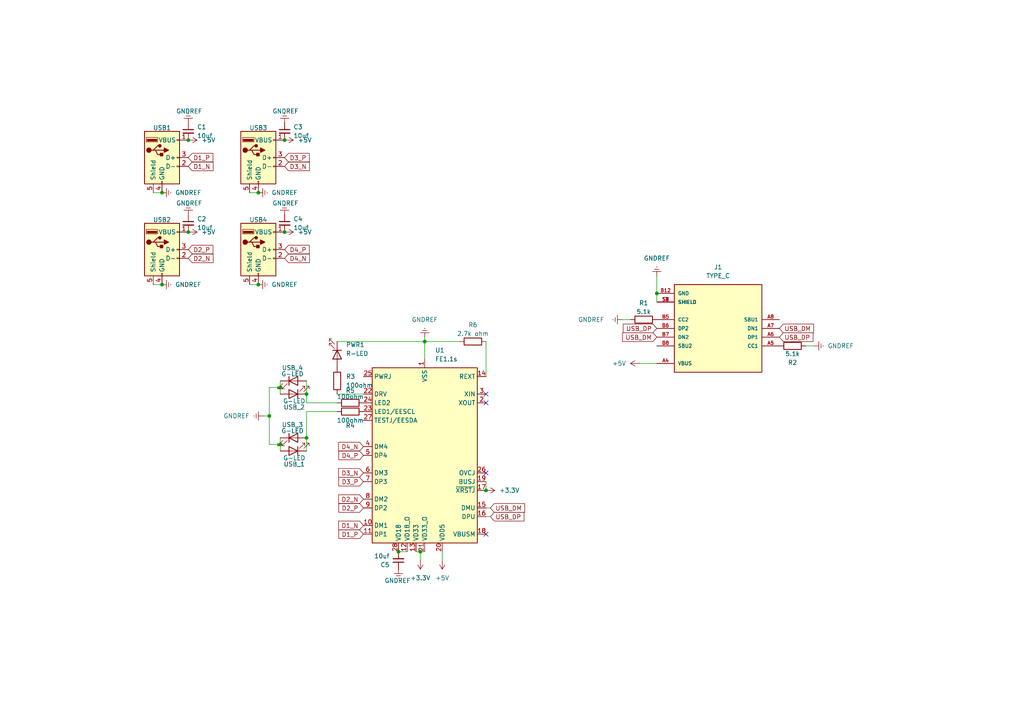
<source format=kicad_sch>
(kicad_sch (version 20231120) (generator "eeschema") (generator_version "8.0")
  (paper "A4")
  (lib_symbols
    (symbol "Connector:USB_A" (pin_names (offset 1.016))
      (property "Reference" "J" (at -5.08 11.43 0))
      (property "Value" "USB_A" (at -5.08 8.89 0))
      (symbol "USB_A_0_1"
        (rectangle (start -5.08 -7.62) (end 5.08 7.62) (stroke (width 0.254)) (fill (type background)))
        (circle (center -3.81 2.159) (radius 0.635) (stroke (width 0.254)) (fill (type outline)))
        (rectangle (start -1.524 4.826) (end -4.318 5.334) (fill (type outline)))
        (rectangle (start -1.27 4.572) (end -4.572 5.842))
        (circle (center -0.635 3.429) (radius 0.381) (stroke (width 0.254)) (fill (type outline)))
        (rectangle (start -0.127 -7.62) (end 0.127 -6.858))
        (polyline (pts (xy -3.175 2.159) (xy -2.54 2.159) (xy -1.27 3.429) (xy -0.635 3.429)) (stroke (width 0.254)))
        (polyline (pts (xy -2.54 2.159) (xy -1.905 2.159) (xy -1.27 0.889) (xy 0 0.889)) (stroke (width 0.254)))
        (polyline (pts (xy 0.635 2.794) (xy 0.635 1.524) (xy 1.905 2.159) (xy 0.635 2.794)) (stroke (width 0.254)) (fill (type outline)))
        (rectangle (start 0.254 1.27) (end -0.508 0.508) (stroke (width 0.254)) (fill (type outline)))
        (rectangle (start 5.08 -2.667) (end 4.318 -2.413))
        (rectangle (start 5.08 -0.127) (end 4.318 0.127))
        (rectangle (start 5.08 4.953) (end 4.318 5.207))
      )
      (symbol "USB_A_1_1"
        (polyline (pts (xy -1.905 2.159) (xy 0.635 2.159)) (stroke (width 0.254)))
        (pin power_in line (at 7.62 5.08 180) (length 2.54) (name "VBUS") (number "1"))
        (pin bidirectional line (at 7.62 -2.54 180) (length 2.54) (name "D-") (number "2"))
        (pin bidirectional line (at 7.62 0 180) (length 2.54) (name "D+") (number "3"))
        (pin power_in line (at 0 -10.16 90) (length 2.54) (name "GND") (number "4"))
        (pin passive line (at -2.54 -10.16 90) (length 2.54) (name "Shield") (number "5"))
      )
    )
    (symbol "Device:C_Small" (pin_numbers hide) (pin_names (offset 0.254) hide)
      (property "Reference" "C" (at 0.254 1.778 0))
      (property "Value" "C_Small" (at 0.254 -2.032 0))
      (symbol "C_Small_0_1"
        (polyline (pts (xy -1.524 -0.508) (xy 1.524 -0.508)) (stroke (width 0.3302)))
        (polyline (pts (xy -1.524 0.508) (xy 1.524 0.508)) (stroke (width 0.3048)))
      )
      (symbol "C_Small_1_1"
        (pin passive line (at 0 2.54 270) (length 2.032) (name "~") (number "1"))
        (pin passive line (at 0 -2.54 90) (length 2.032) (name "~") (number "2"))
      )
    )
    (symbol "Device:LED" (pin_numbers hide) (pin_names (offset 1.016) hide)
      (property "Reference" "D" (at 0 2.54 0))
      (property "Value" "LED" (at 0 -2.54 0))
      (symbol "LED_0_1"
        (polyline (pts (xy -1.27 -1.27) (xy -1.27 1.27)) (stroke (width 0.254)))
        (polyline (pts (xy -1.27 0) (xy 1.27 0)))
        (polyline (pts (xy 1.27 -1.27) (xy 1.27 1.27) (xy -1.27 0) (xy 1.27 -1.27)) (stroke (width 0.254)))
        (polyline (pts (xy -3.048 -0.762) (xy -4.572 -2.286) (xy -3.81 -2.286) (xy -4.572 -2.286) (xy -4.572 -1.524)))
        (polyline (pts (xy -1.778 -0.762) (xy -3.302 -2.286) (xy -2.54 -2.286) (xy -3.302 -2.286) (xy -3.302 -1.524)))
      )
      (symbol "LED_1_1"
        (pin passive line (at -3.81 0 0) (length 2.54) (name "K") (number "1"))
        (pin passive line (at 3.81 0 180) (length 2.54) (name "A") (number "2"))
      )
    )
    (symbol "Device:R" (pin_numbers hide) (pin_names (offset 0))
      (property "Reference" "R" (at 2.032 0 90))
      (property "Value" "R" (at 0 0 90))
      (symbol "R_0_1"
        (rectangle (start -1.016 -2.54) (end 1.016 2.54) (stroke (width 0.254)))
      )
      (symbol "R_1_1"
        (pin passive line (at 0 3.81 270) (length 1.27) (name "~") (number "1"))
        (pin passive line (at 0 -3.81 90) (length 1.27) (name "~") (number "2"))
      )
    )
    (symbol "Interface_USB:FE1.1s"
      (property "Reference" "U" (at -11.43 26.67 0))
      (property "Value" "FE1.1s" (at 12.7 27.94 0))
      (symbol "FE1.1s_0_1"
        (rectangle (start -15.24 25.4) (end 15.24 -25.4) (stroke (width 0.254)) (fill (type background)))
      )
      (symbol "FE1.1s_1_1"
        (pin power_in line (at 0 -27.94 90) (length 2.54) (name "VSS") (number "1"))
        (pin bidirectional line (at 17.78 20.32 180) (length 2.54) (name "DM1") (number "10"))
        (pin bidirectional line (at 17.78 22.86 180) (length 2.54) (name "DP1") (number "11"))
        (pin power_out line (at 5.08 27.94 270) (length 2.54) (name "VD18_O") (number "12"))
        (pin power_in line (at 2.54 27.94 270) (length 2.54) (name "VD33") (number "13"))
        (pin passive line (at -17.78 -22.86 0) (length 2.54) (name "REXT") (number "14"))
        (pin bidirectional line (at -17.78 15.24 0) (length 2.54) (name "DMU") (number "15"))
        (pin bidirectional line (at -17.78 17.78 0) (length 2.54) (name "DPU") (number "16"))
        (pin input line (at -17.78 10.16 0) (length 2.54) (name "~{XRSTJ}") (number "17"))
        (pin input line (at -17.78 22.86 0) (length 2.54) (name "VBUSM") (number "18"))
        (pin input line (at -17.78 7.62 0) (length 2.54) (name "BUSJ") (number "19"))
        (pin output line (at -17.78 -15.24 0) (length 2.54) (name "XOUT") (number "2"))
        (pin power_in line (at -5.08 27.94 270) (length 2.54) (name "VDD5") (number "20"))
        (pin power_out line (at 0 27.94 270) (length 2.54) (name "VD33_O") (number "21"))
        (pin bidirectional line (at 17.78 -17.78 180) (length 2.54) (name "DRV") (number "22"))
        (pin bidirectional line (at 17.78 -12.7 180) (length 2.54) (name "LED1/EESCL") (number "23"))
        (pin bidirectional line (at 17.78 -15.24 180) (length 2.54) (name "LED2") (number "24"))
        (pin output line (at 17.78 -22.86 180) (length 2.54) (name "PWRJ") (number "25"))
        (pin input line (at -17.78 5.08 0) (length 2.54) (name "OVCJ") (number "26"))
        (pin bidirectional line (at 17.78 -10.16 180) (length 2.54) (name "TESTJ/EESDA") (number "27"))
        (pin power_in line (at 7.62 27.94 270) (length 2.54) (name "VD18") (number "28"))
        (pin input line (at -17.78 -17.78 0) (length 2.54) (name "XIN") (number "3"))
        (pin bidirectional line (at 17.78 -2.54 180) (length 2.54) (name "DM4") (number "4"))
        (pin bidirectional line (at 17.78 0 180) (length 2.54) (name "DP4") (number "5"))
        (pin bidirectional line (at 17.78 5.08 180) (length 2.54) (name "DM3") (number "6"))
        (pin bidirectional line (at 17.78 7.62 180) (length 2.54) (name "DP3") (number "7"))
        (pin bidirectional line (at 17.78 12.7 180) (length 2.54) (name "DM2") (number "8"))
        (pin bidirectional line (at 17.78 15.24 180) (length 2.54) (name "DP2") (number "9"))
      )
    )
    (symbol "R_1" (pin_numbers hide) (pin_names (offset 0))
      (property "Reference" "R" (at 2.032 0 90))
      (property "Value" "R" (at 0 0 90))
      (symbol "R_1_0_1"
        (rectangle (start -1.016 -2.54) (end 1.016 2.54) (stroke (width 0.254)))
      )
      (symbol "R_1_1_1"
        (pin passive line (at 0 3.81 270) (length 1.27) (name "~") (number "1"))
        (pin passive line (at 0 -3.81 90) (length 1.27) (name "~") (number "2"))
      )
    )
    (symbol "TYPE-C-31-M-12:TYPE-C-31-M-12" (pin_names (offset 1.016))
      (property "Reference" "J1" (at 0 -17.78 0))
      (property "Value" "TYPE_C" (at 0 -15.24 0))
      (symbol "TYPE-C-31-M-12_0_0"
        (rectangle (start -12.7 12.7) (end 12.7 -12.7) (stroke (width 0.254)) (fill (type background)))
        (pin power_in line (at 17.78 -10.16 180) (length 5.08) hide (name "GND") (number "A1"))
        (pin power_in line (at 17.78 -10.16 180) (length 5.08) hide (name "GND") (number "A12"))
        (pin power_in line (at 17.78 10.16 180) (length 5.08) (name "VBUS") (number "A4"))
        (pin bidirectional line (at -17.78 5.08 0) (length 5.08) (name "CC1") (number "A5"))
        (pin bidirectional line (at -17.78 2.54 0) (length 5.08) (name "DP1") (number "A6"))
        (pin bidirectional line (at -17.78 0 0) (length 5.08) (name "DN1") (number "A7"))
        (pin bidirectional line (at -17.78 -2.54 0) (length 5.08) (name "SBU1") (number "A8"))
        (pin power_in line (at 17.78 10.16 180) (length 5.08) hide (name "VBUS") (number "A9"))
        (pin power_in line (at 17.78 -10.16 180) (length 5.08) hide (name "GND") (number "B1"))
        (pin power_in line (at 17.78 -10.16 180) (length 5.08) (name "GND") (number "B12"))
        (pin power_in line (at 17.78 10.16 180) (length 5.08) hide (name "VBUS") (number "B4"))
        (pin bidirectional line (at 17.78 -2.54 180) (length 5.08) (name "CC2") (number "B5"))
        (pin bidirectional line (at 17.78 0 180) (length 5.08) (name "DP2") (number "B6"))
        (pin bidirectional line (at 17.78 2.54 180) (length 5.08) (name "DN2") (number "B7"))
        (pin bidirectional line (at 17.78 5.08 180) (length 5.08) (name "SBU2") (number "B8"))
        (pin power_in line (at 17.78 10.16 180) (length 5.08) hide (name "VBUS") (number "B9"))
        (pin passive line (at 17.78 -7.62 180) (length 5.08) (name "SHIELD") (number "S1"))
        (pin passive line (at 17.78 -7.62 180) (length 5.08) (name "SHIELD") (number "S2"))
        (pin passive line (at 17.78 -7.62 180) (length 5.08) (name "SHIELD") (number "S3"))
        (pin passive line (at 17.78 -7.62 180) (length 5.08) (name "SHIELD") (number "S4"))
      )
    )
    (symbol "power:+3.3V" (power) (pin_numbers hide) (pin_names (offset 0) hide)
      (property "Value" "+3.3V" (at 0 3.556 0))
      (symbol "+3.3V_0_1"
        (polyline (pts (xy -0.762 1.27) (xy 0 2.54)))
        (polyline (pts (xy 0 0) (xy 0 2.54)))
        (polyline (pts (xy 0 2.54) (xy 0.762 1.27)))
      )
      (symbol "+3.3V_1_1"
        (pin power_in line (at 0 0 90) (length 0) (name "~") (number "1"))
      )
    )
    (symbol "power:+5V" (power) (pin_numbers hide) (pin_names (offset 0) hide)
      (property "Value" "+5V" (at 0 3.556 0))
      (symbol "+5V_0_1"
        (polyline (pts (xy -0.762 1.27) (xy 0 2.54)))
        (polyline (pts (xy 0 0) (xy 0 2.54)))
        (polyline (pts (xy 0 2.54) (xy 0.762 1.27)))
      )
      (symbol "+5V_1_1"
        (pin power_in line (at 0 0 90) (length 0) (name "~") (number "1"))
      )
    )
    (symbol "power:GNDREF" (power) (pin_numbers hide) (pin_names (offset 0) hide)
      (property "Value" "GNDREF" (at 0 -3.81 0))
      (symbol "GNDREF_0_1"
        (polyline (pts (xy -0.635 -1.905) (xy 0.635 -1.905)))
        (polyline (pts (xy -0.127 -2.54) (xy 0.127 -2.54)))
        (polyline (pts (xy 0 -1.27) (xy 0 0)))
        (polyline (pts (xy 1.27 -1.27) (xy -1.27 -1.27)))
      )
      (symbol "GNDREF_1_1"
        (pin power_in line (at 0 0 270) (length 0) (name "~") (number "1"))
      )
    )
  )
  (junction (at 81.28 128.905))
  (junction (at 74.93 82.55))
  (junction (at 140.97 142.24))
  (junction (at 46.99 55.88))
  (junction (at 115.57 160.02))
  (junction (at 82.55 40.64))
  (junction (at 121.92 160.02))
  (junction (at 81.28 112.395))
  (junction (at 74.93 55.88))
  (junction (at 88.9 127))
  (junction (at 54.61 67.31))
  (junction (at 190.5 85.09))
  (junction (at 46.99 82.55))
  (junction (at 82.55 67.31))
  (junction (at 123.19 99.06))
  (junction (at 88.9 114.3))
  (junction (at 78.105 120.65))
  (junction (at 54.61 40.64))
  (no_connect (at 140.97 154.94))
  (no_connect (at 140.97 116.84))
  (no_connect (at 140.97 114.3))
  (no_connect (at 140.97 137.16))
  (wire (pts (xy 44.45 82.55) (xy 46.99 82.55)))
  (wire (pts (xy 140.97 149.86) (xy 142.24 149.86)))
  (wire (pts (xy 97.79 99.06) (xy 123.19 99.06)))
  (wire (pts (xy 88.9 116.84) (xy 97.79 116.84)))
  (wire (pts (xy 72.39 55.88) (xy 74.93 55.88)))
  (wire (pts (xy 78.105 128.905) (xy 78.105 120.65)))
  (wire (pts (xy 115.57 160.02) (xy 118.11 160.02)))
  (wire (pts (xy 88.9 130.81) (xy 88.9 127)))
  (wire (pts (xy 121.92 160.02) (xy 123.19 160.02)))
  (wire (pts (xy 88.9 127) (xy 88.9 119.38)))
  (wire (pts (xy 140.97 99.06) (xy 140.97 109.22)))
  (wire (pts (xy 81.28 128.905) (xy 78.105 128.905)))
  (wire (pts (xy 81.28 112.395) (xy 81.28 114.3)))
  (wire (pts (xy 97.79 114.3) (xy 105.41 114.3)))
  (wire (pts (xy 140.97 147.32) (xy 142.24 147.32)))
  (wire (pts (xy 81.28 110.49) (xy 81.28 112.395)))
  (wire (pts (xy 123.19 99.06) (xy 123.19 104.14)))
  (wire (pts (xy 78.105 112.395) (xy 81.28 112.395)))
  (wire (pts (xy 123.19 97.79) (xy 123.19 99.06)))
  (wire (pts (xy 44.45 55.88) (xy 46.99 55.88)))
  (wire (pts (xy 236.22 100.33) (xy 233.68 100.33)))
  (wire (pts (xy 88.9 119.38) (xy 97.79 119.38)))
  (wire (pts (xy 121.92 162.56) (xy 121.92 160.02)))
  (wire (pts (xy 76.2 120.65) (xy 78.105 120.65)))
  (wire (pts (xy 190.5 85.09) (xy 190.5 87.63)))
  (wire (pts (xy 180.34 92.71) (xy 182.88 92.71)))
  (wire (pts (xy 185.42 105.41) (xy 190.5 105.41)))
  (wire (pts (xy 88.9 114.3) (xy 88.9 116.84)))
  (wire (pts (xy 140.97 139.7) (xy 140.97 142.24)))
  (wire (pts (xy 81.28 127) (xy 81.28 128.905)))
  (wire (pts (xy 81.28 128.905) (xy 81.28 130.81)))
  (wire (pts (xy 133.35 99.06) (xy 123.19 99.06)))
  (wire (pts (xy 121.92 160.02) (xy 120.65 160.02)))
  (wire (pts (xy 78.105 120.65) (xy 78.105 112.395)))
  (wire (pts (xy 190.5 80.01) (xy 190.5 85.09)))
  (wire (pts (xy 88.9 110.49) (xy 88.9 114.3)))
  (wire (pts (xy 128.27 162.56) (xy 128.27 160.02)))
  (wire (pts (xy 72.39 82.55) (xy 74.93 82.55)))
  (global_label "D3_N" (shape input) (at 82.55 48.26 0) (property "Intersheetrefs" "${INTERSHEET_REFS}" (effects (hide yes))))
  (global_label "D2_N" (shape input) (at 105.41 144.78 180) (property "Intersheetrefs" "${INTERSHEET_REFS}" (effects (hide yes))))
  (global_label "D4_P" (shape input) (at 82.55 72.39 0) (property "Intersheetrefs" "${INTERSHEET_REFS}" (effects (hide yes))))
  (global_label "D2_P" (shape input) (at 54.61 72.39 0) (property "Intersheetrefs" "${INTERSHEET_REFS}" (effects (hide yes))))
  (global_label "USB_DP" (shape input) (at 190.5 95.25 180) (property "Intersheetrefs" "${INTERSHEET_REFS}" (effects (hide yes))))
  (global_label "USB_DM" (shape input) (at 190.5 97.79 180) (property "Intersheetrefs" "${INTERSHEET_REFS}" (effects (hide yes))))
  (global_label "USB_DP" (shape input) (at 142.24 149.86 0) (property "Intersheetrefs" "${INTERSHEET_REFS}" (effects (hide yes))))
  (global_label "USB_DM" (shape input) (at 226.06 95.25 0) (property "Intersheetrefs" "${INTERSHEET_REFS}" (effects (hide yes))))
  (global_label "D1_N" (shape input) (at 54.61 48.26 0) (property "Intersheetrefs" "${INTERSHEET_REFS}" (effects (hide yes))))
  (global_label "D4_N" (shape input) (at 105.41 129.54 180) (property "Intersheetrefs" "${INTERSHEET_REFS}" (effects (hide yes))))
  (global_label "USB_DM" (shape input) (at 142.24 147.32 0) (property "Intersheetrefs" "${INTERSHEET_REFS}" (effects (hide yes))))
  (global_label "D2_P" (shape input) (at 105.41 147.32 180) (property "Intersheetrefs" "${INTERSHEET_REFS}" (effects (hide yes))))
  (global_label "D2_N" (shape input) (at 54.61 74.93 0) (property "Intersheetrefs" "${INTERSHEET_REFS}" (effects (hide yes))))
  (global_label "D3_P" (shape input) (at 82.55 45.72 0) (property "Intersheetrefs" "${INTERSHEET_REFS}" (effects (hide yes))))
  (global_label "USB_DP" (shape input) (at 226.06 97.79 0) (property "Intersheetrefs" "${INTERSHEET_REFS}" (effects (hide yes))))
  (global_label "D1_P" (shape input) (at 105.41 154.94 180) (property "Intersheetrefs" "${INTERSHEET_REFS}" (effects (hide yes))))
  (global_label "D3_P" (shape input) (at 105.41 139.7 180) (property "Intersheetrefs" "${INTERSHEET_REFS}" (effects (hide yes))))
  (global_label "D4_P" (shape input) (at 105.41 132.08 180) (property "Intersheetrefs" "${INTERSHEET_REFS}" (effects (hide yes))))
  (global_label "D1_P" (shape input) (at 54.61 45.72 0) (property "Intersheetrefs" "${INTERSHEET_REFS}" (effects (hide yes))))
  (global_label "D3_N" (shape input) (at 105.41 137.16 180) (property "Intersheetrefs" "${INTERSHEET_REFS}" (effects (hide yes))))
  (global_label "D1_N" (shape input) (at 105.41 152.4 180) (property "Intersheetrefs" "${INTERSHEET_REFS}" (effects (hide yes))))
  (global_label "D4_N" (shape input) (at 82.55 74.93 0) (property "Intersheetrefs" "${INTERSHEET_REFS}" (effects (hide yes))))
  (symbol (lib_id "power:GNDREF") (at 82.55 35.56 180) (unit 1)
    (property "Reference" "#PWR020" (effects (hide yes)))
    (property "Value" "GNDREF" (at 82.804 32.258 0))
  )
  (symbol (lib_id "Device:R") (at 101.6 116.84 270) (unit 1)
    (property "Reference" "R5" (at 101.6 113.284 90))
    (property "Value" "100ohm" (at 101.6 115.062 90))
    (property "Footprint" "Resistor_SMD:R_0201_0603Metric" (effects (hide yes)))
    (property "Description" "Resistor" (effects (hide yes)))
  )
  (symbol (lib_id "Device:C_Small") (at 54.61 38.1 0) (unit 1)
    (property "Reference" "C1" (at 57.15 36.8362 0) (effects (justify left)))
    (property "Value" "10uf" (at 57.15 39.3762 0) (effects (justify left)))
    (property "Footprint" "Capacitor_SMD:C_0201_0603Metric" (effects (hide yes)))
    (property "Description" "Unpolarized capacitor, small symbol" (effects (hide yes)))
  )
  (symbol (lib_id "power:+5V") (at 54.61 67.31 270) (mirror x) (unit 1)
    (property "Reference" "#PWR013" (effects (hide yes)))
    (property "Value" "+5V" (at 58.42 67.3099 90) (effects (justify left)))
    (property "Description" "Power symbol creates a global label with name \"+5V\"" (effects (hide yes)))
  )
  (symbol (lib_id "Device:R") (at 101.6 119.38 90) (unit 1)
    (property "Reference" "R4" (at 101.6 123.444 90))
    (property "Value" "100ohm" (at 101.6 121.92 90))
    (property "Footprint" "Resistor_SMD:R_0201_0603Metric" (effects (hide yes)))
    (property "Description" "Resistor" (effects (hide yes)))
  )
  (symbol (lib_id "Device:C_Small") (at 82.55 64.77 0) (unit 1)
    (property "Reference" "C4" (at 85.09 63.5062 0) (effects (justify left)))
    (property "Value" "10uf" (at 85.09 66.0462 0) (effects (justify left)))
    (property "Footprint" "Capacitor_SMD:C_0201_0603Metric" (effects (hide yes)))
    (property "Description" "Unpolarized capacitor, small symbol" (effects (hide yes)))
  )
  (symbol (lib_id "Connector:USB_A") (at 74.93 45.72 0) (unit 1)
    (property "Reference" "USB3" (at 74.93 37.084 0))
    (property "Value" "USB_A" (effects (hide yes)))
    (property "Footprint" "Connector_USB:USB_A_Receptacle_GCT_USB1046" (effects (hide yes)))
    (property "Description" "USB Type A connector" (effects (hide yes)))
  )
  (symbol (lib_id "Connector:USB_A") (at 46.99 72.39 0) (unit 1)
    (property "Reference" "USB2" (at 46.99 63.754 0))
    (property "Value" "USB_A" (effects (hide yes)))
    (property "Footprint" "Connector_USB:USB_A_Receptacle_GCT_USB1046" (effects (hide yes)))
    (property "Description" "USB Type A connector" (effects (hide yes)))
  )
  (symbol (lib_id "Connector:USB_A") (at 46.99 45.72 0) (unit 1)
    (property "Reference" "USB1" (at 46.99 37.084 0))
    (property "Value" "USB_A" (effects (hide yes)))
    (property "Footprint" "Connector_USB:USB_A_Receptacle_GCT_USB1046" (effects (hide yes)))
    (property "Description" "USB Type A connector" (effects (hide yes)))
  )
  (symbol (lib_id "power:+5V") (at 82.55 67.31 270) (mirror x) (unit 1)
    (property "Reference" "#PWR014" (effects (hide yes)))
    (property "Value" "+5V" (at 86.36 67.3099 90) (effects (justify left)))
    (property "Description" "Power symbol creates a global label with name \"+5V\"" (effects (hide yes)))
  )
  (symbol (lib_id "power:GNDREF") (at 190.5 80.01 180) (unit 1)
    (property "Reference" "#PWR01" (effects (hide yes)))
    (property "Value" "GNDREF" (at 190.5 74.93 0))
    (property "Description" "Power symbol creates a global label with name \"GNDREF\" , reference supply ground" (effects (hide yes)))
  )
  (symbol (lib_id "power:GNDREF") (at 123.19 97.79 180) (unit 1)
    (property "Reference" "#PWR09" (effects (hide yes)))
    (property "Value" "GNDREF" (at 123.19 92.71 0))
  )
  (symbol (lib_id "Device:C_Small") (at 54.61 64.77 0) (unit 1)
    (property "Reference" "C2" (at 57.15 63.5062 0) (effects (justify left)))
    (property "Value" "10uf" (at 57.15 66.0462 0) (effects (justify left)))
    (property "Footprint" "Capacitor_SMD:C_0201_0603Metric" (effects (hide yes)))
    (property "Description" "Unpolarized capacitor, small symbol" (effects (hide yes)))
  )
  (symbol (lib_id "power:GNDREF") (at 74.93 82.55 90) (unit 1)
    (property "Reference" "#PWR07" (effects (hide yes)))
    (property "Value" "GNDREF" (at 78.74 82.5499 90) (effects (justify right)))
  )
  (symbol (lib_id "Device:LED") (at 85.09 110.49 0) (unit 1)
    (property "Reference" "USB_4" (at 84.836 106.68 0))
    (property "Value" "G-LED" (at 84.836 108.458 0))
    (property "Footprint" "Diode_SMD:D_0201_0603Metric" (effects (hide yes)))
    (property "Description" "Light emitting diode" (effects (hide yes)))
  )
  (symbol (lib_id "power:GNDREF") (at 115.57 165.1 0) (unit 1)
    (property "Reference" "#PWR022" (effects (hide yes)))
    (property "Value" "GNDREF" (at 115.316 168.402 0))
  )
  (symbol (lib_id "power:GNDREF") (at 46.99 55.88 90) (unit 1)
    (property "Reference" "#PWR05" (effects (hide yes)))
    (property "Value" "GNDREF" (at 50.8 55.8799 90) (effects (justify right)))
  )
  (symbol (lib_id "power:GNDREF") (at 54.61 35.56 180) (unit 1)
    (property "Reference" "#PWR018" (effects (hide yes)))
    (property "Value" "GNDREF" (at 54.864 32.258 0))
  )
  (symbol (lib_id "power:GNDREF") (at 54.61 62.23 180) (unit 1)
    (property "Reference" "#PWR019" (effects (hide yes)))
    (property "Value" "GNDREF" (at 54.864 58.928 0))
  )
  (symbol (lib_id "power:+5V") (at 185.42 105.41 90) (mirror x) (unit 1)
    (property "Reference" "#PWR02" (effects (hide yes)))
    (property "Value" "+5V" (at 181.61 105.4101 90) (effects (justify left)))
    (property "Description" "Power symbol creates a global label with name \"+5V\"" (effects (hide yes)))
  )
  (symbol (lib_id "power:GNDREF") (at 236.22 100.33 90) (unit 1)
    (property "Reference" "#PWR04" (effects (hide yes)))
    (property "Value" "GNDREF" (at 240.03 100.3299 90) (effects (justify right)))
  )
  (symbol (lib_id "Device:LED") (at 85.09 127 0) (unit 1)
    (property "Reference" "USB_3" (at 84.836 123.19 0))
    (property "Value" "G-LED" (at 84.836 124.968 0))
    (property "Footprint" "Diode_SMD:D_0201_0603Metric" (effects (hide yes)))
    (property "Description" "Light emitting diode" (effects (hide yes)))
  )
  (symbol (lib_id "power:GNDREF") (at 76.2 120.65 270) (unit 1)
    (property "Reference" "#PWR017" (effects (hide yes)))
    (property "Value" "GNDREF" (at 72.39 120.6499 90) (effects (justify right)))
  )
  (symbol (lib_id "power:+5V") (at 54.61 40.64 270) (mirror x) (unit 1)
    (property "Reference" "#PWR012" (effects (hide yes)))
    (property "Value" "+5V" (at 58.42 40.6399 90) (effects (justify left)))
    (property "Description" "Power symbol creates a global label with name \"+5V\"" (effects (hide yes)))
  )
  (symbol (lib_id "Device:R") (at 97.79 110.49 0) (unit 1)
    (property "Reference" "R3" (at 100.33 109.2199 0) (effects (justify left)))
    (property "Value" "100ohm" (at 100.33 111.7599 0) (effects (justify left)))
    (property "Footprint" "Resistor_SMD:R_0201_0603Metric" (effects (hide yes)))
    (property "Description" "Resistor" (effects (hide yes)))
  )
  (symbol (lib_id "power:GNDREF") (at 82.55 62.23 180) (unit 1)
    (property "Reference" "#PWR021" (effects (hide yes)))
    (property "Value" "GNDREF" (at 82.804 58.928 0))
  )
  (symbol (lib_id "Connector:USB_A") (at 74.93 72.39 0) (unit 1)
    (property "Reference" "USB4" (at 74.93 63.754 0))
    (property "Value" "USB_A" (effects (hide yes)))
    (property "Footprint" "Connector_USB:USB_A_Receptacle_GCT_USB1046" (effects (hide yes)))
    (property "Description" "USB Type A connector" (effects (hide yes)))
  )
  (symbol (lib_id "Device:C_Small") (at 82.55 38.1 0) (unit 1)
    (property "Reference" "C3" (at 85.09 36.8362 0) (effects (justify left)))
    (property "Value" "10uf" (at 85.09 39.3762 0) (effects (justify left)))
    (property "Footprint" "Capacitor_SMD:C_0201_0603Metric" (effects (hide yes)))
    (property "Description" "Unpolarized capacitor, small symbol" (effects (hide yes)))
  )
  (symbol (lib_id "Device:R") (at 137.16 99.06 270) (unit 1)
    (property "Reference" "R6" (at 137.16 94.234 90))
    (property "Value" "2.7k ohm" (at 137.16 96.774 90))
    (property "Footprint" "Resistor_SMD:R_0201_0603Metric" (effects (hide yes)))
    (property "Description" "Resistor" (effects (hide yes)))
  )
  (symbol (lib_id "power:GNDREF") (at 46.99 82.55 90) (unit 1)
    (property "Reference" "#PWR08" (effects (hide yes)))
    (property "Value" "GNDREF" (at 50.8 82.5499 90) (effects (justify right)))
  )
  (symbol (lib_id "power:+3.3V") (at 121.92 162.56 180) (unit 1)
    (property "Reference" "#PWR016" (effects (hide yes)))
    (property "Value" "+3.3V" (at 121.92 167.64 0))
    (property "Description" "Power symbol creates a global label with name \"+3.3V\"" (effects (hide yes)))
  )
  (symbol (lib_id "TYPE-C-31-M-12:TYPE-C-31-M-12") (at 208.28 95.25 180) (unit 1)
    (property "Reference" "J1" (at 208.28 77.47 0))
    (property "Value" "TYPE_C" (at 208.28 80.01 0))
    (property "Footprint" "Connector_USB:USB_C_Receptacle_HRO_TYPE-C-31-M-12" (effects (hide yes)))
    (property "MF" "HRO Electronics Co., Ltd." (effects (hide yes)))
    (property "MAXIMUM_PACKAGE_HEIGHT" "3.26 mm" (effects (hide yes)))
    (property "Package" "Package" (effects (hide yes)))
    (property "Price" "None" (effects (hide yes)))
    (property "Check_prices" "https://www.snapeda.com/parts/TYPE-C-31-M-12/HRO+Electronics+Co.%252C+Ltd./view-part/?ref=eda" (effects (hide yes)))
    (property "STANDARD" "Manufacturer Recommendations" (effects (hide yes)))
    (property "PARTREV" "2020.12.08" (effects (hide yes)))
    (property "SnapEDA_Link" "https://www.snapeda.com/parts/TYPE-C-31-M-12/HRO+Electronics+Co.%252C+Ltd./view-part/?ref=snap" (effects (hide yes)))
    (property "MP" "TYPE-C-31-M-12" (effects (hide yes)))
    (property "Description_1" "\nUSB Connectors 24 Receptacle 1 8.94*7.3mm RoHS\n" (effects (hide yes)))
    (property "SNAPEDA_PN" "TYPE-C-31-M-12" (effects (hide yes)))
    (property "Availability" "Not in stock" (effects (hide yes)))
    (property "MANUFACTURER" "HRO Electronics Co., Ltd." (effects (hide yes)))
  )
  (symbol (lib_id "Device:LED") (at 97.79 102.87 270) (unit 1)
    (property "Reference" "PWR1" (at 100.33 100.0124 90) (effects (justify left)))
    (property "Value" "R-LED" (at 100.33 102.5524 90) (effects (justify left)))
    (property "Footprint" "Diode_SMD:D_0201_0603Metric" (effects (hide yes)))
    (property "Description" "Light emitting diode" (effects (hide yes)))
  )
  (symbol (lib_id "Device:C_Small") (at 115.57 162.56 180) (unit 1)
    (property "Reference" "C5" (at 113.03 163.8238 0) (effects (justify left)))
    (property "Value" "10uf" (at 113.03 161.2838 0) (effects (justify left)))
    (property "Footprint" "Capacitor_SMD:C_0201_0603Metric" (effects (hide yes)))
    (property "Description" "Unpolarized capacitor, small symbol" (effects (hide yes)))
  )
  (symbol (lib_id "power:+3.3V") (at 140.97 142.24 270) (unit 1)
    (property "Reference" "#PWR015" (effects (hide yes)))
    (property "Value" "+3.3V" (at 144.78 142.2399 90) (effects (justify left)))
    (property "Description" "Power symbol creates a global label with name \"+3.3V\"" (effects (hide yes)))
  )
  (symbol (lib_id "power:+5V") (at 128.27 162.56 0) (mirror x) (unit 1)
    (property "Reference" "#PWR010" (effects (hide yes)))
    (property "Value" "+5V" (at 128.27 167.64 0))
    (property "Description" "Power symbol creates a global label with name \"+5V\"" (effects (hide yes)))
  )
  (symbol (lib_id "power:+5V") (at 82.55 40.64 270) (mirror x) (unit 1)
    (property "Reference" "#PWR011" (effects (hide yes)))
    (property "Value" "+5V" (at 86.36 40.6399 90) (effects (justify left)))
    (property "Description" "Power symbol creates a global label with name \"+5V\"" (effects (hide yes)))
  )
  (symbol (lib_id "Device:LED") (at 85.09 114.3 180) (unit 1)
    (property "Reference" "USB_2" (at 85.344 118.11 0))
    (property "Value" "G-LED" (at 85.344 116.332 0))
    (property "Footprint" "Diode_SMD:D_0201_0603Metric" (effects (hide yes)))
    (property "Description" "Light emitting diode" (effects (hide yes)))
  )
  (symbol (lib_id "Device:R") (at 186.69 92.71 90) (unit 1)
    (property "Reference" "R1" (at 186.69 87.884 90))
    (property "Value" "5.1k" (at 186.69 90.424 90))
    (property "Footprint" "Resistor_SMD:R_01005_0402Metric" (effects (hide yes)))
    (property "Description" "Resistor" (effects (hide yes)))
  )
  (symbol (lib_id "Device:LED") (at 85.09 130.81 180) (unit 1)
    (property "Reference" "USB_1" (at 85.344 134.62 0))
    (property "Value" "G-LED" (at 85.344 132.842 0))
    (property "Footprint" "Diode_SMD:D_0201_0603Metric" (effects (hide yes)))
    (property "Description" "Light emitting diode" (effects (hide yes)))
  )
  (symbol (lib_id "power:GNDREF") (at 74.93 55.88 90) (unit 1)
    (property "Reference" "#PWR06" (effects (hide yes)))
    (property "Value" "GNDREF" (at 78.74 55.8799 90) (effects (justify right)))
  )
  (symbol (lib_id "Interface_USB:FE1.1s") (at 123.19 132.08 180) (unit 1)
    (property "Reference" "U1" (at 126.2065 101.6 0) (effects (justify right)))
    (property "Value" "FE1.1s" (at 126.2065 104.14 0) (effects (justify right)))
    (property "Footprint" "Package_SO:SSOP-28_3.9x9.9mm_P0.635mm" (effects (hide yes)))
    (property "Datasheet" "https://cdn-shop.adafruit.com/product-files/2991/FE1.1s+Data+Sheet+(Rev.+1.0).pdf" (effects (hide yes)))
    (property "Description" "USB 2.0 High Speed 4-Port Hub Controller, SSOP-28" (effects (hide yes)))
  )
  (symbol (lib_id "power:GNDREF") (at 180.34 92.71 270) (unit 1)
    (property "Reference" "#PWR03" (effects (hide yes)))
    (property "Value" "GNDREF" (at 175.26 92.71 90) (effects (justify right)))
  )
  (symbol (lib_name "R_1") (lib_id "Device:R") (at 229.87 100.33 270) (unit 1)
    (property "Reference" "R2" (at 229.87 105.156 90))
    (property "Value" "5.1k" (at 229.87 102.616 90))
    (property "Footprint" "Resistor_SMD:R_01005_0402Metric" (effects (hide yes)))
    (property "Description" "Resistor" (effects (hide yes)))
  )
)
</source>
